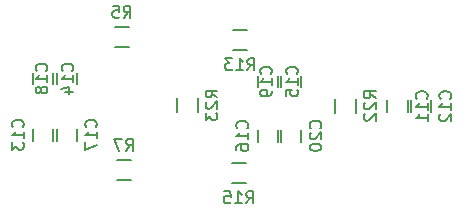
<source format=gbo>
G04 #@! TF.FileFunction,Legend,Bot*
%FSLAX46Y46*%
G04 Gerber Fmt 4.6, Leading zero omitted, Abs format (unit mm)*
G04 Created by KiCad (PCBNEW (2015-04-22 BZR 5620)-product) date 02/05/2015 11:23:22*
%MOMM*%
G01*
G04 APERTURE LIST*
%ADD10C,0.100000*%
%ADD11C,0.150000*%
G04 APERTURE END LIST*
D10*
D11*
X157350000Y-73850000D02*
X157350000Y-74850000D01*
X155650000Y-74850000D02*
X155650000Y-73850000D01*
X159350000Y-73850000D02*
X159350000Y-74850000D01*
X157650000Y-74850000D02*
X157650000Y-73850000D01*
X125650000Y-77250000D02*
X125650000Y-76250000D01*
X127350000Y-76250000D02*
X127350000Y-77250000D01*
X127350000Y-71500000D02*
X127350000Y-72500000D01*
X125650000Y-72500000D02*
X125650000Y-71500000D01*
X146350000Y-71750000D02*
X146350000Y-72750000D01*
X144650000Y-72750000D02*
X144650000Y-71750000D01*
X144650000Y-77350000D02*
X144650000Y-76350000D01*
X146350000Y-76350000D02*
X146350000Y-77350000D01*
X129350000Y-76250000D02*
X129350000Y-77250000D01*
X127650000Y-77250000D02*
X127650000Y-76250000D01*
X127650000Y-72500000D02*
X127650000Y-71500000D01*
X129350000Y-71500000D02*
X129350000Y-72500000D01*
X146650000Y-72750000D02*
X146650000Y-71750000D01*
X148350000Y-71750000D02*
X148350000Y-72750000D01*
X148350000Y-76350000D02*
X148350000Y-77350000D01*
X146650000Y-77350000D02*
X146650000Y-76350000D01*
X132550000Y-69375000D02*
X133750000Y-69375000D01*
X133750000Y-67625000D02*
X132550000Y-67625000D01*
X143750000Y-67875000D02*
X142550000Y-67875000D01*
X142550000Y-69625000D02*
X143750000Y-69625000D01*
X143650000Y-79125000D02*
X142450000Y-79125000D01*
X142450000Y-80875000D02*
X143650000Y-80875000D01*
X151225000Y-73700000D02*
X151225000Y-74900000D01*
X152975000Y-74900000D02*
X152975000Y-73700000D01*
X137825000Y-73650000D02*
X137825000Y-74850000D01*
X139575000Y-74850000D02*
X139575000Y-73650000D01*
X132750000Y-80625000D02*
X133950000Y-80625000D01*
X133950000Y-78875000D02*
X132750000Y-78875000D01*
X158957143Y-73707143D02*
X159004762Y-73659524D01*
X159052381Y-73516667D01*
X159052381Y-73421429D01*
X159004762Y-73278571D01*
X158909524Y-73183333D01*
X158814286Y-73135714D01*
X158623810Y-73088095D01*
X158480952Y-73088095D01*
X158290476Y-73135714D01*
X158195238Y-73183333D01*
X158100000Y-73278571D01*
X158052381Y-73421429D01*
X158052381Y-73516667D01*
X158100000Y-73659524D01*
X158147619Y-73707143D01*
X159052381Y-74659524D02*
X159052381Y-74088095D01*
X159052381Y-74373809D02*
X158052381Y-74373809D01*
X158195238Y-74278571D01*
X158290476Y-74183333D01*
X158338095Y-74088095D01*
X159052381Y-75611905D02*
X159052381Y-75040476D01*
X159052381Y-75326190D02*
X158052381Y-75326190D01*
X158195238Y-75230952D01*
X158290476Y-75135714D01*
X158338095Y-75040476D01*
X160957143Y-73707143D02*
X161004762Y-73659524D01*
X161052381Y-73516667D01*
X161052381Y-73421429D01*
X161004762Y-73278571D01*
X160909524Y-73183333D01*
X160814286Y-73135714D01*
X160623810Y-73088095D01*
X160480952Y-73088095D01*
X160290476Y-73135714D01*
X160195238Y-73183333D01*
X160100000Y-73278571D01*
X160052381Y-73421429D01*
X160052381Y-73516667D01*
X160100000Y-73659524D01*
X160147619Y-73707143D01*
X161052381Y-74659524D02*
X161052381Y-74088095D01*
X161052381Y-74373809D02*
X160052381Y-74373809D01*
X160195238Y-74278571D01*
X160290476Y-74183333D01*
X160338095Y-74088095D01*
X160147619Y-75040476D02*
X160100000Y-75088095D01*
X160052381Y-75183333D01*
X160052381Y-75421429D01*
X160100000Y-75516667D01*
X160147619Y-75564286D01*
X160242857Y-75611905D01*
X160338095Y-75611905D01*
X160480952Y-75564286D01*
X161052381Y-74992857D01*
X161052381Y-75611905D01*
X124757143Y-76107143D02*
X124804762Y-76059524D01*
X124852381Y-75916667D01*
X124852381Y-75821429D01*
X124804762Y-75678571D01*
X124709524Y-75583333D01*
X124614286Y-75535714D01*
X124423810Y-75488095D01*
X124280952Y-75488095D01*
X124090476Y-75535714D01*
X123995238Y-75583333D01*
X123900000Y-75678571D01*
X123852381Y-75821429D01*
X123852381Y-75916667D01*
X123900000Y-76059524D01*
X123947619Y-76107143D01*
X124852381Y-77059524D02*
X124852381Y-76488095D01*
X124852381Y-76773809D02*
X123852381Y-76773809D01*
X123995238Y-76678571D01*
X124090476Y-76583333D01*
X124138095Y-76488095D01*
X123852381Y-77392857D02*
X123852381Y-78011905D01*
X124233333Y-77678571D01*
X124233333Y-77821429D01*
X124280952Y-77916667D01*
X124328571Y-77964286D01*
X124423810Y-78011905D01*
X124661905Y-78011905D01*
X124757143Y-77964286D01*
X124804762Y-77916667D01*
X124852381Y-77821429D01*
X124852381Y-77535714D01*
X124804762Y-77440476D01*
X124757143Y-77392857D01*
X128957143Y-71357143D02*
X129004762Y-71309524D01*
X129052381Y-71166667D01*
X129052381Y-71071429D01*
X129004762Y-70928571D01*
X128909524Y-70833333D01*
X128814286Y-70785714D01*
X128623810Y-70738095D01*
X128480952Y-70738095D01*
X128290476Y-70785714D01*
X128195238Y-70833333D01*
X128100000Y-70928571D01*
X128052381Y-71071429D01*
X128052381Y-71166667D01*
X128100000Y-71309524D01*
X128147619Y-71357143D01*
X129052381Y-72309524D02*
X129052381Y-71738095D01*
X129052381Y-72023809D02*
X128052381Y-72023809D01*
X128195238Y-71928571D01*
X128290476Y-71833333D01*
X128338095Y-71738095D01*
X128385714Y-73166667D02*
X129052381Y-73166667D01*
X128004762Y-72928571D02*
X128719048Y-72690476D01*
X128719048Y-73309524D01*
X147957143Y-71607143D02*
X148004762Y-71559524D01*
X148052381Y-71416667D01*
X148052381Y-71321429D01*
X148004762Y-71178571D01*
X147909524Y-71083333D01*
X147814286Y-71035714D01*
X147623810Y-70988095D01*
X147480952Y-70988095D01*
X147290476Y-71035714D01*
X147195238Y-71083333D01*
X147100000Y-71178571D01*
X147052381Y-71321429D01*
X147052381Y-71416667D01*
X147100000Y-71559524D01*
X147147619Y-71607143D01*
X148052381Y-72559524D02*
X148052381Y-71988095D01*
X148052381Y-72273809D02*
X147052381Y-72273809D01*
X147195238Y-72178571D01*
X147290476Y-72083333D01*
X147338095Y-71988095D01*
X147052381Y-73464286D02*
X147052381Y-72988095D01*
X147528571Y-72940476D01*
X147480952Y-72988095D01*
X147433333Y-73083333D01*
X147433333Y-73321429D01*
X147480952Y-73416667D01*
X147528571Y-73464286D01*
X147623810Y-73511905D01*
X147861905Y-73511905D01*
X147957143Y-73464286D01*
X148004762Y-73416667D01*
X148052381Y-73321429D01*
X148052381Y-73083333D01*
X148004762Y-72988095D01*
X147957143Y-72940476D01*
X143757143Y-76207143D02*
X143804762Y-76159524D01*
X143852381Y-76016667D01*
X143852381Y-75921429D01*
X143804762Y-75778571D01*
X143709524Y-75683333D01*
X143614286Y-75635714D01*
X143423810Y-75588095D01*
X143280952Y-75588095D01*
X143090476Y-75635714D01*
X142995238Y-75683333D01*
X142900000Y-75778571D01*
X142852381Y-75921429D01*
X142852381Y-76016667D01*
X142900000Y-76159524D01*
X142947619Y-76207143D01*
X143852381Y-77159524D02*
X143852381Y-76588095D01*
X143852381Y-76873809D02*
X142852381Y-76873809D01*
X142995238Y-76778571D01*
X143090476Y-76683333D01*
X143138095Y-76588095D01*
X142852381Y-78016667D02*
X142852381Y-77826190D01*
X142900000Y-77730952D01*
X142947619Y-77683333D01*
X143090476Y-77588095D01*
X143280952Y-77540476D01*
X143661905Y-77540476D01*
X143757143Y-77588095D01*
X143804762Y-77635714D01*
X143852381Y-77730952D01*
X143852381Y-77921429D01*
X143804762Y-78016667D01*
X143757143Y-78064286D01*
X143661905Y-78111905D01*
X143423810Y-78111905D01*
X143328571Y-78064286D01*
X143280952Y-78016667D01*
X143233333Y-77921429D01*
X143233333Y-77730952D01*
X143280952Y-77635714D01*
X143328571Y-77588095D01*
X143423810Y-77540476D01*
X130957143Y-76107143D02*
X131004762Y-76059524D01*
X131052381Y-75916667D01*
X131052381Y-75821429D01*
X131004762Y-75678571D01*
X130909524Y-75583333D01*
X130814286Y-75535714D01*
X130623810Y-75488095D01*
X130480952Y-75488095D01*
X130290476Y-75535714D01*
X130195238Y-75583333D01*
X130100000Y-75678571D01*
X130052381Y-75821429D01*
X130052381Y-75916667D01*
X130100000Y-76059524D01*
X130147619Y-76107143D01*
X131052381Y-77059524D02*
X131052381Y-76488095D01*
X131052381Y-76773809D02*
X130052381Y-76773809D01*
X130195238Y-76678571D01*
X130290476Y-76583333D01*
X130338095Y-76488095D01*
X130052381Y-77392857D02*
X130052381Y-78059524D01*
X131052381Y-77630952D01*
X126757143Y-71357143D02*
X126804762Y-71309524D01*
X126852381Y-71166667D01*
X126852381Y-71071429D01*
X126804762Y-70928571D01*
X126709524Y-70833333D01*
X126614286Y-70785714D01*
X126423810Y-70738095D01*
X126280952Y-70738095D01*
X126090476Y-70785714D01*
X125995238Y-70833333D01*
X125900000Y-70928571D01*
X125852381Y-71071429D01*
X125852381Y-71166667D01*
X125900000Y-71309524D01*
X125947619Y-71357143D01*
X126852381Y-72309524D02*
X126852381Y-71738095D01*
X126852381Y-72023809D02*
X125852381Y-72023809D01*
X125995238Y-71928571D01*
X126090476Y-71833333D01*
X126138095Y-71738095D01*
X126280952Y-72880952D02*
X126233333Y-72785714D01*
X126185714Y-72738095D01*
X126090476Y-72690476D01*
X126042857Y-72690476D01*
X125947619Y-72738095D01*
X125900000Y-72785714D01*
X125852381Y-72880952D01*
X125852381Y-73071429D01*
X125900000Y-73166667D01*
X125947619Y-73214286D01*
X126042857Y-73261905D01*
X126090476Y-73261905D01*
X126185714Y-73214286D01*
X126233333Y-73166667D01*
X126280952Y-73071429D01*
X126280952Y-72880952D01*
X126328571Y-72785714D01*
X126376190Y-72738095D01*
X126471429Y-72690476D01*
X126661905Y-72690476D01*
X126757143Y-72738095D01*
X126804762Y-72785714D01*
X126852381Y-72880952D01*
X126852381Y-73071429D01*
X126804762Y-73166667D01*
X126757143Y-73214286D01*
X126661905Y-73261905D01*
X126471429Y-73261905D01*
X126376190Y-73214286D01*
X126328571Y-73166667D01*
X126280952Y-73071429D01*
X145757143Y-71607143D02*
X145804762Y-71559524D01*
X145852381Y-71416667D01*
X145852381Y-71321429D01*
X145804762Y-71178571D01*
X145709524Y-71083333D01*
X145614286Y-71035714D01*
X145423810Y-70988095D01*
X145280952Y-70988095D01*
X145090476Y-71035714D01*
X144995238Y-71083333D01*
X144900000Y-71178571D01*
X144852381Y-71321429D01*
X144852381Y-71416667D01*
X144900000Y-71559524D01*
X144947619Y-71607143D01*
X145852381Y-72559524D02*
X145852381Y-71988095D01*
X145852381Y-72273809D02*
X144852381Y-72273809D01*
X144995238Y-72178571D01*
X145090476Y-72083333D01*
X145138095Y-71988095D01*
X145852381Y-73035714D02*
X145852381Y-73226190D01*
X145804762Y-73321429D01*
X145757143Y-73369048D01*
X145614286Y-73464286D01*
X145423810Y-73511905D01*
X145042857Y-73511905D01*
X144947619Y-73464286D01*
X144900000Y-73416667D01*
X144852381Y-73321429D01*
X144852381Y-73130952D01*
X144900000Y-73035714D01*
X144947619Y-72988095D01*
X145042857Y-72940476D01*
X145280952Y-72940476D01*
X145376190Y-72988095D01*
X145423810Y-73035714D01*
X145471429Y-73130952D01*
X145471429Y-73321429D01*
X145423810Y-73416667D01*
X145376190Y-73464286D01*
X145280952Y-73511905D01*
X149957143Y-76207143D02*
X150004762Y-76159524D01*
X150052381Y-76016667D01*
X150052381Y-75921429D01*
X150004762Y-75778571D01*
X149909524Y-75683333D01*
X149814286Y-75635714D01*
X149623810Y-75588095D01*
X149480952Y-75588095D01*
X149290476Y-75635714D01*
X149195238Y-75683333D01*
X149100000Y-75778571D01*
X149052381Y-75921429D01*
X149052381Y-76016667D01*
X149100000Y-76159524D01*
X149147619Y-76207143D01*
X149147619Y-76588095D02*
X149100000Y-76635714D01*
X149052381Y-76730952D01*
X149052381Y-76969048D01*
X149100000Y-77064286D01*
X149147619Y-77111905D01*
X149242857Y-77159524D01*
X149338095Y-77159524D01*
X149480952Y-77111905D01*
X150052381Y-76540476D01*
X150052381Y-77159524D01*
X149052381Y-77778571D02*
X149052381Y-77873810D01*
X149100000Y-77969048D01*
X149147619Y-78016667D01*
X149242857Y-78064286D01*
X149433333Y-78111905D01*
X149671429Y-78111905D01*
X149861905Y-78064286D01*
X149957143Y-78016667D01*
X150004762Y-77969048D01*
X150052381Y-77873810D01*
X150052381Y-77778571D01*
X150004762Y-77683333D01*
X149957143Y-77635714D01*
X149861905Y-77588095D01*
X149671429Y-77540476D01*
X149433333Y-77540476D01*
X149242857Y-77588095D01*
X149147619Y-77635714D01*
X149100000Y-77683333D01*
X149052381Y-77778571D01*
X133316666Y-66852381D02*
X133650000Y-66376190D01*
X133888095Y-66852381D02*
X133888095Y-65852381D01*
X133507142Y-65852381D01*
X133411904Y-65900000D01*
X133364285Y-65947619D01*
X133316666Y-66042857D01*
X133316666Y-66185714D01*
X133364285Y-66280952D01*
X133411904Y-66328571D01*
X133507142Y-66376190D01*
X133888095Y-66376190D01*
X132411904Y-65852381D02*
X132888095Y-65852381D01*
X132935714Y-66328571D01*
X132888095Y-66280952D01*
X132792857Y-66233333D01*
X132554761Y-66233333D01*
X132459523Y-66280952D01*
X132411904Y-66328571D01*
X132364285Y-66423810D01*
X132364285Y-66661905D01*
X132411904Y-66757143D01*
X132459523Y-66804762D01*
X132554761Y-66852381D01*
X132792857Y-66852381D01*
X132888095Y-66804762D01*
X132935714Y-66757143D01*
X143792857Y-71302381D02*
X144126191Y-70826190D01*
X144364286Y-71302381D02*
X144364286Y-70302381D01*
X143983333Y-70302381D01*
X143888095Y-70350000D01*
X143840476Y-70397619D01*
X143792857Y-70492857D01*
X143792857Y-70635714D01*
X143840476Y-70730952D01*
X143888095Y-70778571D01*
X143983333Y-70826190D01*
X144364286Y-70826190D01*
X142840476Y-71302381D02*
X143411905Y-71302381D01*
X143126191Y-71302381D02*
X143126191Y-70302381D01*
X143221429Y-70445238D01*
X143316667Y-70540476D01*
X143411905Y-70588095D01*
X142507143Y-70302381D02*
X141888095Y-70302381D01*
X142221429Y-70683333D01*
X142078571Y-70683333D01*
X141983333Y-70730952D01*
X141935714Y-70778571D01*
X141888095Y-70873810D01*
X141888095Y-71111905D01*
X141935714Y-71207143D01*
X141983333Y-71254762D01*
X142078571Y-71302381D01*
X142364286Y-71302381D01*
X142459524Y-71254762D01*
X142507143Y-71207143D01*
X143692857Y-82552381D02*
X144026191Y-82076190D01*
X144264286Y-82552381D02*
X144264286Y-81552381D01*
X143883333Y-81552381D01*
X143788095Y-81600000D01*
X143740476Y-81647619D01*
X143692857Y-81742857D01*
X143692857Y-81885714D01*
X143740476Y-81980952D01*
X143788095Y-82028571D01*
X143883333Y-82076190D01*
X144264286Y-82076190D01*
X142740476Y-82552381D02*
X143311905Y-82552381D01*
X143026191Y-82552381D02*
X143026191Y-81552381D01*
X143121429Y-81695238D01*
X143216667Y-81790476D01*
X143311905Y-81838095D01*
X141835714Y-81552381D02*
X142311905Y-81552381D01*
X142359524Y-82028571D01*
X142311905Y-81980952D01*
X142216667Y-81933333D01*
X141978571Y-81933333D01*
X141883333Y-81980952D01*
X141835714Y-82028571D01*
X141788095Y-82123810D01*
X141788095Y-82361905D01*
X141835714Y-82457143D01*
X141883333Y-82504762D01*
X141978571Y-82552381D01*
X142216667Y-82552381D01*
X142311905Y-82504762D01*
X142359524Y-82457143D01*
X154652381Y-73657143D02*
X154176190Y-73323809D01*
X154652381Y-73085714D02*
X153652381Y-73085714D01*
X153652381Y-73466667D01*
X153700000Y-73561905D01*
X153747619Y-73609524D01*
X153842857Y-73657143D01*
X153985714Y-73657143D01*
X154080952Y-73609524D01*
X154128571Y-73561905D01*
X154176190Y-73466667D01*
X154176190Y-73085714D01*
X153747619Y-74038095D02*
X153700000Y-74085714D01*
X153652381Y-74180952D01*
X153652381Y-74419048D01*
X153700000Y-74514286D01*
X153747619Y-74561905D01*
X153842857Y-74609524D01*
X153938095Y-74609524D01*
X154080952Y-74561905D01*
X154652381Y-73990476D01*
X154652381Y-74609524D01*
X153747619Y-74990476D02*
X153700000Y-75038095D01*
X153652381Y-75133333D01*
X153652381Y-75371429D01*
X153700000Y-75466667D01*
X153747619Y-75514286D01*
X153842857Y-75561905D01*
X153938095Y-75561905D01*
X154080952Y-75514286D01*
X154652381Y-74942857D01*
X154652381Y-75561905D01*
X141252381Y-73607143D02*
X140776190Y-73273809D01*
X141252381Y-73035714D02*
X140252381Y-73035714D01*
X140252381Y-73416667D01*
X140300000Y-73511905D01*
X140347619Y-73559524D01*
X140442857Y-73607143D01*
X140585714Y-73607143D01*
X140680952Y-73559524D01*
X140728571Y-73511905D01*
X140776190Y-73416667D01*
X140776190Y-73035714D01*
X140347619Y-73988095D02*
X140300000Y-74035714D01*
X140252381Y-74130952D01*
X140252381Y-74369048D01*
X140300000Y-74464286D01*
X140347619Y-74511905D01*
X140442857Y-74559524D01*
X140538095Y-74559524D01*
X140680952Y-74511905D01*
X141252381Y-73940476D01*
X141252381Y-74559524D01*
X140252381Y-74892857D02*
X140252381Y-75511905D01*
X140633333Y-75178571D01*
X140633333Y-75321429D01*
X140680952Y-75416667D01*
X140728571Y-75464286D01*
X140823810Y-75511905D01*
X141061905Y-75511905D01*
X141157143Y-75464286D01*
X141204762Y-75416667D01*
X141252381Y-75321429D01*
X141252381Y-75035714D01*
X141204762Y-74940476D01*
X141157143Y-74892857D01*
X133516666Y-78102381D02*
X133850000Y-77626190D01*
X134088095Y-78102381D02*
X134088095Y-77102381D01*
X133707142Y-77102381D01*
X133611904Y-77150000D01*
X133564285Y-77197619D01*
X133516666Y-77292857D01*
X133516666Y-77435714D01*
X133564285Y-77530952D01*
X133611904Y-77578571D01*
X133707142Y-77626190D01*
X134088095Y-77626190D01*
X133183333Y-77102381D02*
X132516666Y-77102381D01*
X132945238Y-78102381D01*
M02*

</source>
